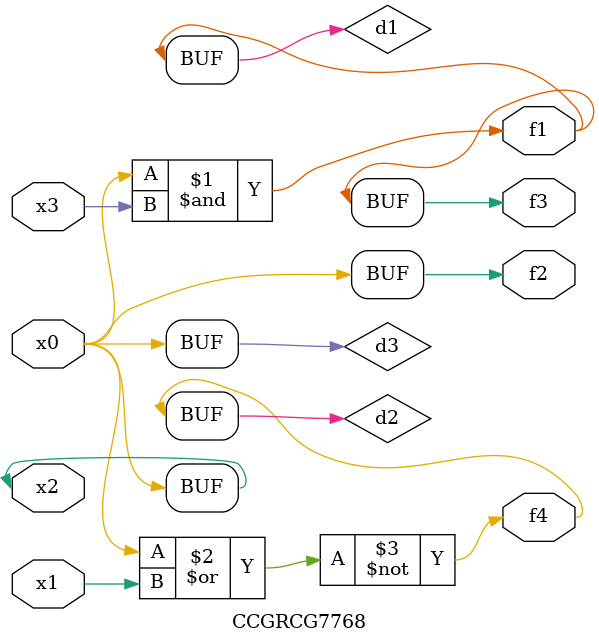
<source format=v>
module CCGRCG7768(
	input x0, x1, x2, x3,
	output f1, f2, f3, f4
);

	wire d1, d2, d3;

	and (d1, x2, x3);
	nor (d2, x0, x1);
	buf (d3, x0, x2);
	assign f1 = d1;
	assign f2 = d3;
	assign f3 = d1;
	assign f4 = d2;
endmodule

</source>
